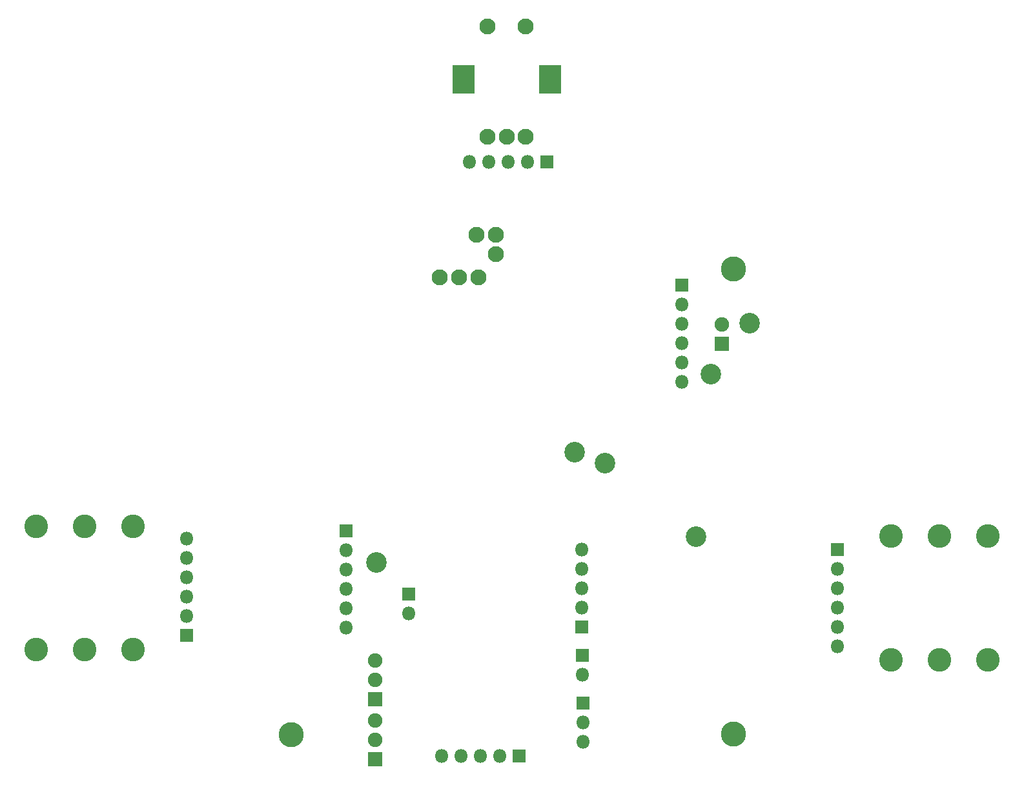
<source format=gbr>
%TF.GenerationSoftware,KiCad,Pcbnew,(5.1.6)-1*%
%TF.CreationDate,2021-04-19T20:59:16+02:00*%
%TF.ProjectId,SimpleDigital,53696d70-6c65-4446-9967-6974616c2e6b,v01*%
%TF.SameCoordinates,Original*%
%TF.FileFunction,Soldermask,Bot*%
%TF.FilePolarity,Negative*%
%FSLAX46Y46*%
G04 Gerber Fmt 4.6, Leading zero omitted, Abs format (unit mm)*
G04 Created by KiCad (PCBNEW (5.1.6)-1) date 2021-04-19 20:59:16*
%MOMM*%
%LPD*%
G01*
G04 APERTURE LIST*
%ADD10O,1.800000X1.800000*%
%ADD11R,1.800000X1.800000*%
%ADD12C,2.700000*%
%ADD13C,2.100000*%
%ADD14C,3.300000*%
%ADD15R,1.900000X1.900000*%
%ADD16C,1.900000*%
%ADD17C,3.100000*%
%ADD18R,2.900000X3.700000*%
G04 APERTURE END LIST*
D10*
%TO.C,J14*%
X139075000Y-140690000D03*
D11*
X139075000Y-138150000D03*
%TD*%
D12*
%TO.C,J17*%
X164750000Y-120950000D03*
%TD*%
%TO.C,J16*%
X183725000Y-102600000D03*
%TD*%
%TO.C,J8*%
X176750000Y-130625000D03*
%TD*%
%TO.C,J5*%
X134825000Y-134000000D03*
%TD*%
%TO.C,J4*%
X178650000Y-109225000D03*
%TD*%
%TO.C,J1*%
X160800000Y-119475000D03*
%TD*%
D10*
%TO.C,Battery_9V1*%
X161850000Y-148690000D03*
D11*
X161850000Y-146150000D03*
%TD*%
D13*
%TO.C,RV2*%
X150497156Y-93509848D03*
X147906356Y-90944448D03*
X150497156Y-90969848D03*
%TD*%
%TO.C,RV1*%
X145640000Y-96575000D03*
X148180000Y-96575000D03*
X143100000Y-96575000D03*
%TD*%
D14*
%TO.C,M2*%
X181600000Y-156500000D03*
%TD*%
%TO.C,M3*%
X181600000Y-95450000D03*
%TD*%
%TO.C,M1*%
X123600000Y-156550000D03*
%TD*%
D15*
%TO.C,D4*%
X180075000Y-105300000D03*
D16*
X180075000Y-102760000D03*
%TD*%
D17*
%TO.C,J3*%
X90200000Y-145440000D03*
X102900000Y-145440000D03*
X96550000Y-145440000D03*
X90200000Y-129210000D03*
X102900000Y-129210000D03*
X96550000Y-129210000D03*
%TD*%
%TO.C,J6*%
X208670000Y-146759999D03*
X202320000Y-146759999D03*
X215020000Y-146759999D03*
X208670000Y-130529999D03*
X202320000Y-130529999D03*
X215020000Y-130529999D03*
%TD*%
D11*
%TO.C,J9*%
X109880000Y-143580000D03*
D10*
X109880000Y-141040000D03*
X109880000Y-138500000D03*
X109880000Y-135960000D03*
X109880000Y-133420000D03*
X109880000Y-130880000D03*
%TD*%
%TO.C,J10*%
X174825000Y-110300000D03*
X174825000Y-107760000D03*
X174825000Y-105220000D03*
X174825000Y-102680000D03*
X174825000Y-100140000D03*
D11*
X174825000Y-97600000D03*
%TD*%
%TO.C,J11*%
X195270000Y-132240000D03*
D10*
X195270000Y-134780000D03*
X195270000Y-137320000D03*
X195270000Y-139860000D03*
X195270000Y-142400000D03*
X195270000Y-144940000D03*
%TD*%
%TO.C,J12*%
X130875000Y-142525000D03*
X130875000Y-139985000D03*
X130875000Y-137445000D03*
X130875000Y-134905000D03*
X130875000Y-132365000D03*
D11*
X130875000Y-129825000D03*
%TD*%
%TO.C,J15*%
X157150000Y-81400000D03*
D10*
X154610000Y-81400000D03*
X152070000Y-81400000D03*
X149530000Y-81400000D03*
X146990000Y-81400000D03*
%TD*%
D18*
%TO.C,SW1*%
X146200000Y-70600000D03*
X157600000Y-70600000D03*
D13*
X149400000Y-63600000D03*
X154400000Y-63600000D03*
X149400000Y-78100000D03*
X151900000Y-78100000D03*
X154400000Y-78100000D03*
%TD*%
D16*
%TO.C,D5*%
X134680000Y-146830000D03*
X134680000Y-149370000D03*
D15*
X134680000Y-151910000D03*
%TD*%
%TO.C,D6*%
X134630000Y-159780000D03*
D16*
X134630000Y-157240000D03*
X134630000Y-154700000D03*
%TD*%
D11*
%TO.C,J2*%
X161875000Y-152450000D03*
D10*
X161875000Y-154990000D03*
X161875000Y-157530000D03*
%TD*%
D11*
%TO.C,J7*%
X161775000Y-142425000D03*
D10*
X161775000Y-139885000D03*
X161775000Y-137345000D03*
X161775000Y-134805000D03*
X161775000Y-132265000D03*
%TD*%
%TO.C,J13*%
X143365000Y-159345000D03*
X145905000Y-159345000D03*
X148445000Y-159345000D03*
X150985000Y-159345000D03*
D11*
X153525000Y-159345000D03*
%TD*%
M02*

</source>
